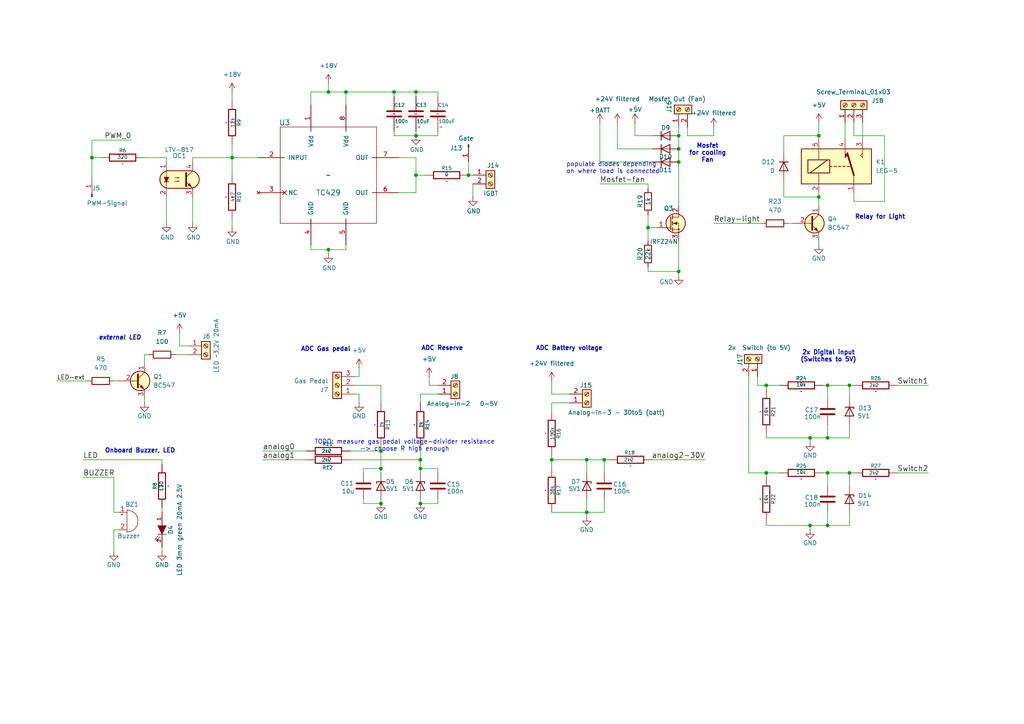
<source format=kicad_sch>
(kicad_sch (version 20231120) (generator "eeschema") (generator_version "8.0")
  (paper "A4")
  (lib_symbols
    (symbol "Connector:Conn_01x01_Pin" (pin_names (offset 1.016) hide)
      (property "Reference" "J" (at 0 2.54 0))
      (property "Value" "Conn_01x01_Pin" (at 0 -2.54 0))
      (symbol "Conn_01x01_Pin_1_1"
        (pin passive line (at 5.08 0 180) (length 3.81) (name "Pin_1") (number "1"))
      )
    )
    (symbol "Connector:Screw_Terminal_01x02" (pin_names (offset 1.016) hide)
      (property "Reference" "J" (at 0 2.54 0))
      (property "Value" "Screw_Terminal_01x02" (at 0 -5.08 0))
      (symbol "Screw_Terminal_01x02_1_1"
        (pin passive line (at -5.08 0 0) (length 3.81) (name "Pin_1") (number "1"))
        (pin passive line (at -5.08 -2.54 0) (length 3.81) (name "Pin_2") (number "2"))
      )
    )
    (symbol "Connector:Screw_Terminal_01x03" (pin_names (offset 1.016) hide)
      (property "Reference" "J" (at 0 5.08 0))
      (property "Value" "Screw_Terminal_01x03" (at 0 -5.08 0))
      (symbol "Screw_Terminal_01x03_1_1"
        (pin passive line (at -5.08 2.54 0) (length 3.81) (name "Pin_1") (number "1"))
        (pin passive line (at -5.08 0 0) (length 3.81) (name "Pin_2") (number "2"))
        (pin passive line (at -5.08 -2.54 0) (length 3.81) (name "Pin_3") (number "3"))
      )
    )
    (symbol "Device:Buzzer" (pin_names (offset 0.0254) hide)
      (property "Reference" "BZ" (at 3.81 1.27 0))
      (property "Value" "Buzzer" (at 3.81 -1.27 0))
      (symbol "Buzzer_1_1"
        (pin passive line (at -2.54 2.54 0) (length 2.54) (name "+") (number "1"))
        (pin passive line (at -2.54 -2.54 0) (length 2.54) (name "-") (number "2"))
      )
    )
    (symbol "Device:C" (pin_numbers hide) (pin_names (offset 0.254))
      (property "Reference" "C" (at 0.635 2.54 0))
      (property "Value" "C" (at 0.635 -2.54 0))
      (symbol "C_1_1"
        (pin passive line (at 0 3.81 270) (length 2.794) (name "~") (number "1"))
        (pin passive line (at 0 -3.81 90) (length 2.794) (name "~") (number "2"))
      )
    )
    (symbol "Device:D" (pin_numbers hide) (pin_names (offset 1.016) hide)
      (property "Reference" "D" (at 0 2.54 0))
      (property "Value" "D" (at 0 -2.54 0))
      (symbol "D_1_1"
        (pin passive line (at -3.81 0 0) (length 2.54) (name "K") (number "1"))
        (pin passive line (at 3.81 0 180) (length 2.54) (name "A") (number "2"))
      )
    )
    (symbol "Device:D_Zener" (pin_numbers hide) (pin_names (offset 1.016) hide)
      (property "Reference" "D" (at 0 2.54 0))
      (property "Value" "D_Zener" (at 0 -2.54 0))
      (symbol "D_Zener_1_1"
        (pin passive line (at -3.81 0 0) (length 2.54) (name "K") (number "1"))
        (pin passive line (at 3.81 0 180) (length 2.54) (name "A") (number "2"))
      )
    )
    (symbol "Device:R" (pin_numbers hide) (pin_names (offset 0))
      (property "Reference" "R" (at 2.032 0 90))
      (property "Value" "R" (at 0 0 90))
      (symbol "R_1_1"
        (pin passive line (at 0 3.81 270) (length 1.27) (name "~") (number "1"))
        (pin passive line (at 0 -3.81 90) (length 1.27) (name "~") (number "2"))
      )
    )
    (symbol "Optocoupler_AKL:LTV-817" (pin_names (offset 1.016))
      (property "Reference" "OC" (at 6.35 1.27 0))
      (property "Value" "LTV-817" (at 6.35 -1.27 0))
      (symbol "LTV-817_1_1"
        (pin passive line (at -3.81 5.08 270) (length 2.54) (name "~") (number "1"))
        (pin passive line (at -3.81 -5.08 90) (length 2.54) (name "~") (number "2"))
        (pin passive line (at 3.81 -5.08 90) (length 2.54) (name "~") (number "3"))
        (pin passive line (at 3.81 5.08 270) (length 2.54) (name "~") (number "4"))
      )
    )
    (symbol "Relay:SANYOU_SRD_Form_C"
      (property "Reference" "K" (at 11.43 3.81 0))
      (property "Value" "SANYOU_SRD_Form_C" (at 11.43 1.27 0))
      (symbol "SANYOU_SRD_Form_C_1_1"
        (pin passive line (at 5.08 -7.62 90) (length 2.54) (name "~") (number "1"))
        (pin passive line (at -5.08 -7.62 90) (length 2.54) (name "~") (number "2"))
        (pin passive line (at 7.62 7.62 270) (length 2.54) (name "~") (number "3"))
        (pin passive line (at 2.54 7.62 270) (length 2.54) (name "~") (number "4"))
        (pin passive line (at -5.08 7.62 270) (length 2.54) (name "~") (number "5"))
      )
    )
    (symbol "Transistor_BJT_AKL:BC547" (pin_names hide)
      (property "Reference" "Q" (at 5.08 1.27 0))
      (property "Value" "BC547" (at 5.08 -1.27 0))
      (symbol "BC547_1_1"
        (pin passive line (at 2.54 5.08 270) (length 2.54) (name "C") (number "1"))
        (pin input line (at -5.08 0 0) (length 5.715) (name "B") (number "2"))
        (pin passive line (at 2.54 -5.08 90) (length 2.54) (name "E") (number "3"))
      )
    )
    (symbol "Transistor_MOSFET_AKL:IRFZ24N" (pin_names hide)
      (property "Reference" "Q" (at 5.08 1.27 0))
      (property "Value" "IRFZ24N" (at 5.08 -1.27 0))
      (symbol "IRFZ24N_1_1"
        (pin input line (at -3.81 -1.27 0) (length 2.54) (name "G") (number "1"))
        (pin passive line (at 2.54 5.08 270) (length 2.54) (name "D") (number "2"))
        (pin passive line (at 2.54 -5.08 90) (length 2.54) (name "S") (number "3"))
      )
    )
    (symbol "control-rescue:LED" (pin_names (offset 1.016) hide)
      (property "Reference" "D" (at 0 2.54 0))
      (property "Value" "LED" (at 0 -2.54 0))
      (symbol "LED_1_1"
        (pin passive line (at -5.08 0 0) (length 3.81) (name "A") (number "1"))
        (pin passive line (at 5.08 0 180) (length 3.81) (name "K") (number "2"))
      )
    )
    (symbol "control-rescue:R" (pin_numbers hide) (pin_names (offset 0))
      (property "Reference" "R" (at 2.032 0 90))
      (property "Value" "R" (at 0.1778 0.0254 90))
      (symbol "R_1_1"
        (pin passive line (at 0 6.35 270) (length 2.54) (name "~") (number "1"))
        (pin passive line (at 0 -6.35 90) (length 2.54) (name "~") (number "2"))
      )
    )
    (symbol "mcp1407:MCP1407" (pin_names (offset 1.016))
      (property "Reference" "U" (at -12.7 15.24 0))
      (property "Value" "MCP1407" (at 0 -5.08 0))
      (symbol "MCP1407_1_1"
        (pin power_in line (at -5.08 20.32 270) (length 7.62) (name "Vdd") (number "1"))
        (pin input line (at -20.32 5.08 0) (length 7.62) (name "INPUT") (number "2"))
        (pin no_connect non_logic (at -20.32 -5.08 0) (length 7.62) (name "NC") (number "3"))
        (pin power_in line (at -5.08 -20.32 90) (length 7.62) (name "GND") (number "4"))
        (pin power_in line (at 5.08 -20.32 90) (length 7.62) (name "GND") (number "5"))
        (pin input line (at 20.32 -5.08 180) (length 7.62) (name "OUT") (number "6"))
        (pin input line (at 20.32 5.08 180) (length 7.62) (name "OUT") (number "7"))
        (pin power_in line (at 5.08 20.32 270) (length 7.62) (name "Vdd") (number "8"))
      )
    )
    (symbol "power:+15V" (power) (pin_numbers hide) (pin_names (offset 0) hide)
      (property "Value" "+15V" (at 0 3.556 0))
      (symbol "+15V_1_1"
        (pin power_in line (at 0 0 90) (length 0) (name "~") (number "1"))
      )
    )
    (symbol "power:+24V" (power) (pin_numbers hide) (pin_names (offset 0) hide)
      (property "Value" "+24V" (at 0 3.556 0))
      (symbol "+24V_1_1"
        (pin power_in line (at 0 0 90) (length 0) (name "~") (number "1"))
      )
    )
    (symbol "power:+5V" (power) (pin_numbers hide) (pin_names (offset 0) hide)
      (property "Value" "+5V" (at 0 3.556 0))
      (symbol "+5V_1_1"
        (pin power_in line (at 0 0 90) (length 0) (name "~") (number "1"))
      )
    )
    (symbol "power:+BATT" (power) (pin_numbers hide) (pin_names (offset 0) hide)
      (property "Value" "+BATT" (at 0 3.556 0))
      (symbol "+BATT_1_1"
        (pin power_in line (at 0 0 90) (length 0) (name "~") (number "1"))
      )
    )
    (symbol "power:GND" (power) (pin_numbers hide) (pin_names (offset 0) hide)
      (property "Value" "GND" (at 0 -3.81 0))
      (symbol "GND_1_1"
        (pin power_in line (at 0 0 270) (length 0) (name "~") (number "1"))
      )
    )
    (symbol "treiber-rescue:C" (pin_numbers hide) (pin_names (offset 0.254))
      (property "Reference" "C" (at 0 2.54 0))
      (property "Value" "C" (at 0.1524 -2.159 0))
      (symbol "C_1_1"
        (pin passive line (at 0 5.08 270) (length 4.318) (name "~") (number "1"))
        (pin passive line (at 0 -5.08 90) (length 4.318) (name "~") (number "2"))
      )
    )
    (symbol "treiber-rescue:R" (pin_numbers hide) (pin_names (offset 0))
      (property "Reference" "R" (at 2.032 0 90))
      (property "Value" "R" (at 0.1778 0.0254 90))
      (symbol "R_1_1"
        (pin passive line (at 0 6.35 270) (length 2.54) (name "~") (number "1"))
        (pin passive line (at 0 -6.35 90) (length 2.54) (name "~") (number "2"))
      )
    )
  )
  (junction (at 26.67 45.72))
  (junction (at 67.31 45.72))
  (junction (at 234.95 152.4))
  (junction (at 170.18 133.35))
  (junction (at 240.03 137.16))
  (junction (at 121.92 135.89))
  (junction (at 95.25 72.39))
  (junction (at 246.38 111.76))
  (junction (at 120.65 50.8))
  (junction (at 222.25 111.76))
  (junction (at 240.03 152.4))
  (junction (at 160.02 133.35))
  (junction (at 95.25 26.67))
  (junction (at 110.49 146.05))
  (junction (at 100.33 26.67))
  (junction (at 196.85 78.74))
  (junction (at 110.49 130.81))
  (junction (at 237.49 57.15))
  (junction (at 222.25 137.16))
  (junction (at 246.38 137.16))
  (junction (at 196.85 46.99))
  (junction (at 237.49 39.37))
  (junction (at 196.85 39.37))
  (junction (at 110.49 135.89))
  (junction (at 196.85 43.18))
  (junction (at 187.96 66.04))
  (junction (at 114.3 26.67))
  (junction (at 121.92 146.05))
  (junction (at 170.18 148.59))
  (junction (at 120.65 26.67))
  (junction (at 120.65 39.37))
  (junction (at 240.03 127))
  (junction (at 175.26 133.35))
  (junction (at 121.92 133.35))
  (junction (at 234.95 127))
  (junction (at 135.89 50.8))
  (junction (at 240.03 111.76))
  (wire (pts (xy 196.85 78.74) (xy 196.85 80.01)))
  (wire (pts (xy 222.25 152.4) (xy 234.95 152.4)))
  (wire (pts (xy 121.92 129.54) (xy 121.92 133.35)))
  (wire (pts (xy 217.17 137.16) (xy 222.25 137.16)))
  (wire (pts (xy 95.25 72.39) (xy 100.33 72.39)))
  (wire (pts (xy 90.17 71.12) (xy 90.17 72.39)))
  (wire (pts (xy 46.99 133.35) (xy 46.99 134.62)))
  (wire (pts (xy 170.18 148.59) (xy 175.26 148.59)))
  (wire (pts (xy 104.14 106.68) (xy 104.14 109.22)))
  (wire (pts (xy 237.49 35.56) (xy 237.49 39.37)))
  (wire (pts (xy 120.65 55.88) (xy 115.57 55.88)))
  (wire (pts (xy 41.91 115.57) (xy 41.91 116.84)))
  (wire (pts (xy 246.38 115.57) (xy 246.38 111.76)))
  (wire (pts (xy 33.02 153.67) (xy 34.29 153.67)))
  (wire (pts (xy 114.3 38.1) (xy 114.3 39.37)))
  (wire (pts (xy 199.39 39.37) (xy 207.01 39.37)))
  (wire (pts (xy 204.47 133.35) (xy 189.23 133.35)))
  (wire (pts (xy 26.67 40.64) (xy 26.67 45.72)))
  (wire (pts (xy 121.92 135.89) (xy 121.92 137.16)))
  (wire (pts (xy 173.99 46.99) (xy 189.23 46.99)))
  (wire (pts (xy 240.03 111.76) (xy 246.38 111.76)))
  (wire (pts (xy 227.33 52.07) (xy 227.33 57.15)))
  (wire (pts (xy 175.26 144.78) (xy 175.26 148.59)))
  (wire (pts (xy 24.13 138.43) (xy 33.02 138.43)))
  (wire (pts (xy 247.65 137.16) (xy 246.38 137.16)))
  (wire (pts (xy 222.25 152.4) (xy 222.25 151.13)))
  (wire (pts (xy 247.65 111.76) (xy 246.38 111.76)))
  (wire (pts (xy 50.8 102.87) (xy 54.61 102.87)))
  (wire (pts (xy 135.89 46.99) (xy 135.89 50.8)))
  (wire (pts (xy 55.88 45.72) (xy 55.88 46.99)))
  (wire (pts (xy 90.17 72.39) (xy 95.25 72.39)))
  (wire (pts (xy 127 38.1) (xy 127 39.37)))
  (wire (pts (xy 105.41 146.05) (xy 110.49 146.05)))
  (wire (pts (xy 95.25 26.67) (xy 100.33 26.67)))
  (wire (pts (xy 114.3 26.67) (xy 120.65 26.67)))
  (wire (pts (xy 52.07 100.33) (xy 52.07 96.52)))
  (wire (pts (xy 110.49 144.78) (xy 110.49 146.05)))
  (wire (pts (xy 179.07 35.56) (xy 179.07 43.18)))
  (wire (pts (xy 95.25 24.13) (xy 95.25 26.67)))
  (wire (pts (xy 46.99 147.32) (xy 46.99 148.59)))
  (wire (pts (xy 41.91 45.72) (xy 48.26 45.72)))
  (wire (pts (xy 105.41 144.78) (xy 105.41 146.05)))
  (wire (pts (xy 240.03 137.16) (xy 246.38 137.16)))
  (wire (pts (xy 101.6 130.81) (xy 110.49 130.81)))
  (wire (pts (xy 137.16 53.34) (xy 137.16 57.15)))
  (wire (pts (xy 260.35 111.76) (xy 269.24 111.76)))
  (wire (pts (xy 33.02 160.02) (xy 33.02 153.67)))
  (wire (pts (xy 67.31 50.8) (xy 67.31 45.72)))
  (wire (pts (xy 104.14 116.84) (xy 104.14 114.3)))
  (wire (pts (xy 110.49 130.81) (xy 110.49 135.89)))
  (wire (pts (xy 170.18 144.78) (xy 170.18 148.59)))
  (wire (pts (xy 124.46 111.76) (xy 127 111.76)))
  (wire (pts (xy 246.38 148.59) (xy 246.38 152.4)))
  (wire (pts (xy 240.03 140.97) (xy 240.03 137.16)))
  (wire (pts (xy 121.92 114.3) (xy 121.92 116.84)))
  (wire (pts (xy 102.87 111.76) (xy 110.49 111.76)))
  (wire (pts (xy 16.51 110.49) (xy 25.4 110.49)))
  (wire (pts (xy 237.49 57.15) (xy 237.49 59.69)))
  (wire (pts (xy 246.38 140.97) (xy 246.38 137.16)))
  (wire (pts (xy 227.33 39.37) (xy 237.49 39.37)))
  (wire (pts (xy 110.49 129.54) (xy 110.49 130.81)))
  (wire (pts (xy 222.25 111.76) (xy 222.25 113.03)))
  (wire (pts (xy 26.67 45.72) (xy 29.21 45.72)))
  (wire (pts (xy 222.25 127) (xy 222.25 125.73)))
  (wire (pts (xy 240.03 148.59) (xy 240.03 152.4)))
  (wire (pts (xy 222.25 127) (xy 234.95 127)))
  (wire (pts (xy 187.96 69.85) (xy 187.96 66.04)))
  (wire (pts (xy 187.96 53.34) (xy 187.96 54.61)))
  (wire (pts (xy 67.31 45.72) (xy 67.31 41.91)))
  (wire (pts (xy 256.54 58.42) (xy 256.54 39.37)))
  (wire (pts (xy 135.89 50.8) (xy 137.16 50.8)))
  (wire (pts (xy 237.49 55.88) (xy 237.49 57.15)))
  (wire (pts (xy 240.03 152.4) (xy 246.38 152.4)))
  (wire (pts (xy 187.96 77.47) (xy 187.96 78.74)))
  (wire (pts (xy 121.92 146.05) (xy 127 146.05)))
  (wire (pts (xy 170.18 149.86) (xy 170.18 148.59)))
  (wire (pts (xy 26.67 40.64) (xy 38.1 40.64)))
  (wire (pts (xy 127 135.89) (xy 121.92 135.89)))
  (wire (pts (xy 238.76 111.76) (xy 240.03 111.76)))
  (wire (pts (xy 187.96 78.74) (xy 196.85 78.74)))
  (wire (pts (xy 90.17 30.48) (xy 90.17 26.67)))
  (wire (pts (xy 245.11 35.56) (xy 245.11 40.64)))
  (wire (pts (xy 90.17 26.67) (xy 95.25 26.67)))
  (wire (pts (xy 160.02 114.3) (xy 160.02 110.49)))
  (wire (pts (xy 250.19 35.56) (xy 250.19 40.64)))
  (wire (pts (xy 237.49 39.37) (xy 237.49 40.64)))
  (wire (pts (xy 95.25 72.39) (xy 95.25 73.66)))
  (wire (pts (xy 196.85 39.37) (xy 196.85 43.18)))
  (wire (pts (xy 187.96 66.04) (xy 190.5 66.04)))
  (wire (pts (xy 256.54 39.37) (xy 247.65 39.37)))
  (wire (pts (xy 114.3 39.37) (xy 120.65 39.37)))
  (wire (pts (xy 160.02 116.84) (xy 160.02 119.38)))
  (wire (pts (xy 207.01 64.77) (xy 220.98 64.77)))
  (wire (pts (xy 196.85 69.85) (xy 196.85 78.74)))
  (wire (pts (xy 67.31 45.72) (xy 74.93 45.72)))
  (wire (pts (xy 110.49 135.89) (xy 110.49 137.16)))
  (wire (pts (xy 247.65 55.88) (xy 247.65 58.42)))
  (wire (pts (xy 219.71 111.76) (xy 222.25 111.76)))
  (wire (pts (xy 48.26 57.15) (xy 48.26 64.77)))
  (wire (pts (xy 240.03 123.19) (xy 240.03 127)))
  (wire (pts (xy 127 26.67) (xy 120.65 26.67)))
  (wire (pts (xy 121.92 133.35) (xy 121.92 135.89)))
  (wire (pts (xy 247.65 39.37) (xy 247.65 35.56)))
  (wire (pts (xy 127 27.94) (xy 127 26.67)))
  (wire (pts (xy 43.18 102.87) (xy 41.91 102.87)))
  (wire (pts (xy 120.65 45.72) (xy 120.65 50.8)))
  (wire (pts (xy 222.25 111.76) (xy 226.06 111.76)))
  (wire (pts (xy 179.07 43.18) (xy 189.23 43.18)))
  (wire (pts (xy 120.65 27.94) (xy 120.65 26.67)))
  (wire (pts (xy 234.95 128.27) (xy 234.95 127)))
  (wire (pts (xy 55.88 57.15) (xy 55.88 64.77)))
  (wire (pts (xy 33.02 148.59) (xy 34.29 148.59)))
  (wire (pts (xy 165.1 114.3) (xy 160.02 114.3)))
  (wire (pts (xy 101.6 133.35) (xy 121.92 133.35)))
  (wire (pts (xy 176.53 133.35) (xy 175.26 133.35)))
  (wire (pts (xy 67.31 29.21) (xy 67.31 26.67)))
  (wire (pts (xy 105.41 135.89) (xy 110.49 135.89)))
  (wire (pts (xy 196.85 46.99) (xy 196.85 59.69)))
  (wire (pts (xy 33.02 110.49) (xy 34.29 110.49)))
  (wire (pts (xy 196.85 36.83) (xy 196.85 39.37)))
  (wire (pts (xy 196.85 43.18) (xy 196.85 46.99)))
  (wire (pts (xy 234.95 127) (xy 240.03 127)))
  (wire (pts (xy 160.02 132.08) (xy 160.02 133.35)))
  (wire (pts (xy 246.38 123.19) (xy 246.38 127)))
  (wire (pts (xy 110.49 111.76) (xy 110.49 116.84)))
  (wire (pts (xy 120.65 50.8) (xy 120.65 55.88)))
  (wire (pts (xy 227.33 57.15) (xy 237.49 57.15)))
  (wire (pts (xy 121.92 144.78) (xy 121.92 146.05)))
  (wire (pts (xy 120.65 45.72) (xy 115.57 45.72)))
  (wire (pts (xy 33.02 138.43) (xy 33.02 148.59)))
  (wire (pts (xy 237.49 69.85) (xy 237.49 71.12)))
  (wire (pts (xy 228.6 64.77) (xy 229.87 64.77)))
  (wire (pts (xy 234.95 153.67) (xy 234.95 152.4)))
  (wire (pts (xy 170.18 137.16) (xy 170.18 133.35)))
  (wire (pts (xy 76.2 130.81) (xy 88.9 130.81)))
  (wire (pts (xy 240.03 115.57) (xy 240.03 111.76)))
  (wire (pts (xy 24.13 133.35) (xy 46.99 133.35)))
  (wire (pts (xy 207.01 39.37) (xy 207.01 36.83)))
  (wire (pts (xy 127 39.37) (xy 120.65 39.37)))
  (wire (pts (xy 26.67 52.07) (xy 26.67 45.72)))
  (wire (pts (xy 160.02 148.59) (xy 170.18 148.59)))
  (wire (pts (xy 100.33 26.67) (xy 100.33 30.48)))
  (wire (pts (xy 105.41 137.16) (xy 105.41 135.89)))
  (wire (pts (xy 217.17 109.22) (xy 217.17 137.16)))
  (wire (pts (xy 121.92 114.3) (xy 127 114.3)))
  (wire (pts (xy 123.19 50.8) (xy 120.65 50.8)))
  (wire (pts (xy 184.15 39.37) (xy 184.15 35.56)))
  (wire (pts (xy 41.91 102.87) (xy 41.91 105.41)))
  (wire (pts (xy 199.39 36.83) (xy 199.39 39.37)))
  (wire (pts (xy 120.65 38.1) (xy 120.65 39.37)))
  (wire (pts (xy 189.23 39.37) (xy 184.15 39.37)))
  (wire (pts (xy 173.99 53.34) (xy 187.96 53.34)))
  (wire (pts (xy 219.71 109.22) (xy 219.71 111.76)))
  (wire (pts (xy 175.26 137.16) (xy 175.26 133.35)))
  (wire (pts (xy 240.03 127) (xy 246.38 127)))
  (wire (pts (xy 234.95 152.4) (xy 240.03 152.4)))
  (wire (pts (xy 124.46 109.22) (xy 124.46 111.76)))
  (wire (pts (xy 104.14 114.3) (xy 102.87 114.3)))
  (wire (pts (xy 100.33 26.67) (xy 114.3 26.67)))
  (wire (pts (xy 55.88 45.72) (xy 67.31 45.72)))
  (wire (pts (xy 114.3 26.67) (xy 114.3 27.94)))
  (wire (pts (xy 160.02 116.84) (xy 165.1 116.84)))
  (wire (pts (xy 48.26 46.99) (xy 48.26 45.72)))
  (wire (pts (xy 260.35 137.16) (xy 269.24 137.16)))
  (wire (pts (xy 52.07 100.33) (xy 54.61 100.33)))
  (wire (pts (xy 238.76 137.16) (xy 240.03 137.16)))
  (wire (pts (xy 76.2 133.35) (xy 88.9 133.35)))
  (wire (pts (xy 222.25 137.16) (xy 226.06 137.16)))
  (wire (pts (xy 127 144.78) (xy 127 146.05)))
  (wire (pts (xy 170.18 133.35) (xy 160.02 133.35)))
  (wire (pts (xy 127 137.16) (xy 127 135.89)))
  (wire (pts (xy 222.25 137.16) (xy 222.25 138.43)))
  (wire (pts (xy 247.65 58.42) (xy 256.54 58.42)))
  (wire (pts (xy 104.14 109.22) (xy 102.87 109.22)))
  (wire (pts (xy 46.99 158.75) (xy 46.99 160.02)))
  (wire (pts (xy 175.26 133.35) (xy 170.18 133.35)))
  (wire (pts (xy 227.33 44.45) (xy 227.33 39.37)))
  (wire (pts (xy 100.33 72.39) (xy 100.33 71.12)))
  (wire (pts (xy 67.31 63.5) (xy 67.31 66.04)))
  (wire (pts (xy 160.02 133.35) (xy 160.02 135.89)))
  (wire (pts (xy 173.99 35.56) (xy 173.99 46.99)))
  (wire (pts (xy 187.96 62.23) (xy 187.96 66.04)))
  (text "Mosfet\nfor cooling\nFan" (at 205.232 44.45 0) (effects (font (size 1.27 1.27) (thickness 0.254) (bold yes))))
  (text "populate diodes depending \non where load is connected" (at 177.8 48.768 0) (effects (font (size 1.27 1.27))))
  (text "ADC Gas pedal" (at 94.488 101.346 0) (effects (font (size 1.27 1.27) (thickness 0.254) (bold yes))))
  (text "ADC Reserve" (at 128.27 101.092 0) (effects (font (size 1.27 1.27) (thickness 0.254) (bold yes))))
  (text "Relay for Light" (at 255.27 62.992 0) (effects (font (size 1.27 1.27) (thickness 0.254) (bold yes))))
  (text "external LED" (at 34.798 98.044 0) (effects (font (size 1.27 1.27) (thickness 0.254) (bold yes) (italic yes))))
  (text "2x Digital input\n(Switches to 5V)" (at 240.284 103.378 0) (effects (font (size 1.27 1.27) (thickness 0.254) (bold yes))))
  (text "ADC Battery voltage" (at 165.1 101.092 0) (effects (font (size 1.27 1.27) (thickness 0.254) (bold yes))))
  (text "Onboard Buzzer, LED" (at 40.64 130.81 0) (effects (font (size 1.27 1.27) (thickness 0.254) (bold yes))))
  (text "TODO: measure gas pedal voltage-drivider resistance\n-> choose R high enough" (at 117.348 129.286 0) (effects (font (size 1.27 1.27))))
  (label "LED" (at 24.13 133.35 0) (effects (font (size 1.524 1.524))))
  (label "Switch2" (at 269.24 137.16 180) (effects (font (size 1.524 1.524))))
  (label "Relay-light" (at 207.01 64.77 0) (effects (font (size 1.524 1.524))))
  (label "PWM_0" (at 38.1 40.64 180) (effects (font (size 1.524 1.524))))
  (label "analog2-30V" (at 204.47 133.35 180) (effects (font (size 1.524 1.524))))
  (label "analog1" (at 76.2 133.35 0) (effects (font (size 1.524 1.524))))
  (label "analog0" (at 76.2 130.81 0) (effects (font (size 1.524 1.524))))
  (label "Mosfet-fan" (at 173.99 53.34 0) (effects (font (size 1.524 1.524))))
  (label "BUZZER" (at 24.13 138.43 0) (effects (font (size 1.524 1.524))))
  (label "Switch1" (at 269.24 111.76 180) (effects (font (size 1.524 1.524))))
  (label "LED-ext" (at 16.51 110.49 0))
  (symbol (lib_id "Device:R") (at 224.79 64.77 90) (unit 1)
    (property "Reference" "R23" (at 224.79 58.42 90))
    (property "Value" "470" (at 224.79 60.96 90))
    (property "Description" "Resistor" (effects (hide yes)))
  )
  (symbol (lib_id "power:+BATT") (at 173.99 35.56 0) (unit 1)
    (property "Reference" "#PWR046" (effects (hide yes)))
    (property "Value" "+BATT" (at 173.99 32.004 0))
    (property "Description" "Power symbol creates a global label with name \"+BATT\"" (effects (hide yes)))
  )
  (symbol (lib_id "Connector:Screw_Terminal_01x03") (at 97.79 111.76 180) (unit 1)
    (property "Reference" "J7" (at 95.25 113.0301 0) (effects (justify left)))
    (property "Value" "Gas Pedal" (at 95.25 110.4901 0) (effects (justify left)))
    (property "Description" "Generic screw terminal, single row, 01x03, script generated (kicad-library-utils/schlib/autogen/connector/)" (effects (hide yes)))
  )
  (symbol (lib_id "power:+5V") (at 124.46 109.22 0) (unit 1)
    (property "Reference" "#PWR042" (effects (hide yes)))
    (property "Value" "+5V" (at 124.46 104.14 0))
    (property "Description" "Power symbol creates a global label with name \"+5V\"" (effects (hide yes)))
  )
  (symbol (lib_id "Connector:Screw_Terminal_01x02") (at 132.08 114.3 0) (mirror x) (unit 1)
    (property "Reference" "J8" (at 131.826 109.22 0))
    (property "Value" "Analog-in-2   0-5V" (at 134.112 117.094 0))
    (property "Description" "Generic screw terminal, single row, 01x02, script generated (kicad-library-utils/schlib/autogen/connector/)" (effects (hide yes)))
  )
  (symbol (lib_id "Device:D") (at 193.04 43.18 0) (unit 1)
    (property "Reference" "D10" (at 193.04 45.466 0))
    (property "Value" "D" (effects (hide yes)))
    (property "Description" "Diode" (effects (hide yes)))
    (property "Sim.Device" "D" (effects (hide yes)))
    (property "Sim.Pins" "1=K 2=A" (effects (hide yes)))
  )
  (symbol (lib_id "control-rescue:R") (at 110.49 123.19 0) (unit 1)
    (property "Reference" "R13" (at 112.522 123.19 90) (effects (font (size 1.016 1.016))))
    (property "Value" "1k" (at 110.6678 123.1646 90) (effects (font (size 1.016 1.016))))
    (property "Footprint" "~" (at 108.712 123.19 90) (effects (font (size 0.762 0.762))))
    (property "Datasheet" "~" (at 110.49 123.19 0) (effects (font (size 0.762 0.762))))
  )
  (symbol (lib_id "Device:D_Zener") (at 121.92 140.97 270) (unit 1)
    (property "Reference" "D6" (at 117.348 139.7 90) (effects (justify left)))
    (property "Value" "5V1" (at 116.586 141.732 90) (effects (justify left)))
    (property "Description" "Zener diode" (effects (hide yes)))
  )
  (symbol (lib_id "power:GND") (at 237.49 71.12 0) (unit 1)
    (property "Reference" "#PWR060" (effects (hide yes)))
    (property "Value" "GND" (at 237.49 74.93 0))
    (property "Description" "Power symbol creates a global label with name \"GND\" , ground" (effects (hide yes)))
  )
  (symbol (lib_id "power:+5V") (at 52.07 96.52 0) (unit 1)
    (property "Reference" "#PWR031" (effects (hide yes)))
    (property "Value" "+5V" (at 52.07 91.44 0))
    (property "Description" "Power symbol creates a global label with name \"+5V\"" (effects (hide yes)))
  )
  (symbol (lib_id "power:GND") (at 33.02 160.02 0) (unit 1)
    (property "Reference" "#PWR027" (effects (hide yes)))
    (property "Value" "GND" (at 33.02 163.83 0))
    (property "Description" "Power symbol creates a global label with name \"GND\" , ground" (effects (hide yes)))
  )
  (symbol (lib_id "control-rescue:R") (at 254 137.16 90) (unit 1)
    (property "Reference" "R27" (at 254 135.128 90) (effects (font (size 1.016 1.016))))
    (property "Value" "2k2" (at 253.492 137.16 90) (effects (font (size 1.016 1.016))))
    (property "Footprint" "~" (at 254 138.938 90) (effects (font (size 0.762 0.762))))
    (property "Datasheet" "~" (at 254 137.16 0) (effects (font (size 0.762 0.762))))
  )
  (symbol (lib_id "Device:D") (at 193.04 46.99 0) (unit 1)
    (property "Reference" "D11" (at 193.04 49.276 0))
    (property "Value" "D" (effects (hide yes)))
    (property "Description" "Diode" (effects (hide yes)))
    (property "Sim.Device" "D" (effects (hide yes)))
    (property "Sim.Pins" "1=K 2=A" (effects (hide yes)))
  )
  (symbol (lib_id "power:GND") (at 41.91 116.84 0) (unit 1)
    (property "Reference" "#PWR028" (effects (hide yes)))
    (property "Value" "GND" (at 41.91 120.65 0))
    (property "Description" "Power symbol creates a global label with name \"GND\" , ground" (effects (hide yes)))
  )
  (symbol (lib_id "power:GND") (at 104.14 116.84 0) (unit 1)
    (property "Reference" "#PWR038" (effects (hide yes)))
    (property "Value" "GND" (at 104.14 120.65 0))
    (property "Description" "Power symbol creates a global label with name \"GND\" , ground" (effects (hide yes)))
  )
  (symbol (lib_id "power:+24V") (at 207.01 36.83 0) (unit 1)
    (property "Reference" "#PWR056" (effects (hide yes)))
    (property "Value" "+24V filtered" (at 207.01 32.766 0))
    (property "Description" "Power symbol creates a global label with name \"+24V\"" (effects (hide yes)))
  )
  (symbol (lib_id "control-rescue:R") (at 160.02 125.73 0) (unit 1)
    (property "Reference" "R16" (at 162.052 125.73 90) (effects (font (size 1.016 1.016))))
    (property "Value" "150k" (at 160.1978 125.7046 90) (effects (font (size 1.016 1.016))))
    (property "Footprint" "~" (at 158.242 125.73 90) (effects (font (size 0.762 0.762))))
    (property "Datasheet" "~" (at 160.02 125.73 0) (effects (font (size 0.762 0.762))))
  )
  (symbol (lib_id "treiber-rescue:R") (at 67.31 35.56 0) (unit 1)
    (property "Reference" "R9" (at 69.342 35.56 90) (effects (font (size 1.016 1.016))))
    (property "Value" "12k" (at 67.4878 35.5346 90) (effects (font (size 1.016 1.016))))
    (property "Footprint" "~" (at 65.532 35.56 90) (effects (font (size 0.762 0.762))))
    (property "Datasheet" "~" (at 67.31 35.56 0) (effects (font (size 0.762 0.762))))
  )
  (symbol (lib_id "control-rescue:R") (at 222.25 144.78 0) (unit 1)
    (property "Reference" "R22" (at 224.282 144.78 90) (effects (font (size 1.016 1.016))))
    (property "Value" "10k" (at 222.25 144.78 90) (effects (font (size 1.016 1.016))))
    (property "Footprint" "~" (at 220.472 144.78 90) (effects (font (size 0.762 0.762))))
    (property "Datasheet" "~" (at 222.25 144.78 0) (effects (font (size 0.762 0.762))))
  )
  (symbol (lib_id "power:GND") (at 110.49 146.05 0) (unit 1)
    (property "Reference" "#PWR039" (effects (hide yes)))
    (property "Value" "GND" (at 110.49 149.86 0))
    (property "Description" "Power symbol creates a global label with name \"GND\" , ground" (effects (hide yes)))
  )
  (symbol (lib_id "treiber-rescue:R") (at 129.54 50.8 90) (unit 1)
    (property "Reference" "R15" (at 129.54 48.768 90) (effects (font (size 1.016 1.016))))
    (property "Value" "0" (at 129.5146 50.6222 90) (effects (font (size 1.016 1.016))))
    (property "Footprint" "~" (at 129.54 52.578 90) (effects (font (size 0.762 0.762))))
    (property "Datasheet" "~" (at 129.54 50.8 0) (effects (font (size 0.762 0.762))))
  )
  (symbol (lib_id "power:+24V") (at 179.07 35.56 0) (unit 1)
    (property "Reference" "#PWR047" (effects (hide yes)))
    (property "Value" "+24V filtered" (at 179.07 28.702 0))
    (property "Description" "Power symbol creates a global label with name \"+24V\"" (effects (hide yes)))
  )
  (symbol (lib_id "Device:C") (at 240.03 144.78 0) (unit 1)
    (property "Reference" "C18" (at 233.426 144.272 0) (effects (justify left)))
    (property "Value" "100n" (at 233.172 146.304 0) (effects (justify left)))
    (property "Description" "Unpolarized capacitor" (effects (hide yes)))
  )
  (symbol (lib_id "Connector:Screw_Terminal_01x03") (at 247.65 30.48 90) (unit 1)
    (property "Reference" "J18" (at 252.73 29.2099 90) (effects (justify right)))
    (property "Value" "Screw_Terminal_01x03" (at 236.728 26.67 90) (effects (justify right)))
    (property "Description" "Generic screw terminal, single row, 01x03, script generated (kicad-library-utils/schlib/autogen/connector/)" (effects (hide yes)))
  )
  (symbol (lib_id "Device:C") (at 127 140.97 0) (unit 1)
    (property "Reference" "C15" (at 129.54 140.462 0) (effects (justify left)))
    (property "Value" "100n" (at 129.54 142.494 0) (effects (justify left)))
    (property "Description" "Unpolarized capacitor" (effects (hide yes)))
  )
  (symbol (lib_id "power:GND") (at 67.31 66.04 0) (mirror y) (unit 1)
    (property "Reference" "#PWR034" (effects (hide yes)))
    (property "Value" "GND" (at 67.564 70.104 0))
    (property "Description" "Power symbol creates a global label with name \"GND\" , ground" (effects (hide yes)))
  )
  (symbol (lib_id "Optocoupler_AKL:LTV-817") (at 52.07 52.07 0) (unit 1)
    (property "Reference" "OC1" (at 50.038 45.212 0) (effects (justify left)))
    (property "Value" "LTV-817" (at 47.752 43.434 0) (effects (justify left)))
    (property "Footprint" "Package_DIP_AKL:DIP-4_W7.62mm_LongPads" (effects (hide yes)))
    (property "Datasheet" "https://www.tme.eu/Document/a61fa6281e0999c0269f179efa854202/LTV-817S-TA1.pdf" (effects (hide yes)))
    (property "Description" "DIP-4 Optocoupler, Transistor output, 5kV, 4us, Alternate KiCAD Library" (effects (hide yes)))
  )
  (symbol (lib_id "power:+15V") (at 95.25 24.13 0) (unit 1)
    (property "Reference" "#PWR035" (effects (hide yes)))
    (property "Value" "+18V" (at 95.25 19.05 0))
    (property "Description" "Power symbol creates a global label with name \"+15V\"" (effects (hide yes)))
  )
  (symbol (lib_id "Transistor_MOSFET_AKL:IRFZ24N") (at 194.31 64.77 0) (unit 1)
    (property "Reference" "Q3" (at 192.532 60.452 0) (effects (justify left)))
    (property "Value" "IRFZ24N" (at 188.468 70.104 0) (effects (justify left)))
    (property "Footprint" "Package_TO_SOT_THT_AKL:TO-220-3_Vertical_GDS" (effects (hide yes)))
    (property "Datasheet" "https://www.tme.eu/Document/708bb7de8d9f73b1c184ece53b45defc/irfz24n.pdf" (effects (hide yes)))
    (property "Description" "TO-220 N-MOSFET enchancement mode transistor, 55V, 17A, 45W, Alternate KiCAD Library" (effects (hide yes)))
  )
  (symbol (lib_id "Connector:Screw_Terminal_01x02") (at 170.18 116.84 0) (mirror x) (unit 1)
    (property "Reference" "J15" (at 169.926 111.76 0))
    (property "Value" "Analog-in-3 - 30to5 (batt)" (at 178.816 119.634 0))
    (property "Description" "Generic screw terminal, single row, 01x02, script generated (kicad-library-utils/schlib/autogen/connector/)" (effects (hide yes)))
  )
  (symbol (lib_id "Device:D") (at 193.04 39.37 0) (unit 1)
    (property "Reference" "D9" (at 193.04 37.084 0))
    (property "Value" "D" (effects (hide yes)))
    (property "Description" "Diode" (effects (hide yes)))
    (property "Sim.Device" "D" (effects (hide yes)))
    (property "Sim.Pins" "1=K 2=A" (effects (hide yes)))
  )
  (symbol (lib_id "power:+24V") (at 160.02 110.49 0) (unit 1)
    (property "Reference" "#PWR044" (effects (hide yes)))
    (property "Value" "+24V filtered" (at 160.02 105.41 0))
    (property "Description" "Power symbol creates a global label with name \"+24V\"" (effects (hide yes)))
  )
  (symbol (lib_id "control-rescue:R") (at 182.88 133.35 90) (unit 1)
    (property "Reference" "R18" (at 182.626 131.318 90) (effects (font (size 1.016 1.016))))
    (property "Value" "2k2" (at 182.372 133.35 90) (effects (font (size 1.016 1.016))))
    (property "Footprint" "~" (at 182.88 135.128 90) (effects (font (size 0.762 0.762))))
    (property "Datasheet" "~" (at 182.88 133.35 0) (effects (font (size 0.762 0.762))))
  )
  (symbol (lib_id "power:GND") (at 55.88 64.77 0) (mirror y) (unit 1)
    (property "Reference" "#PWR032" (effects (hide yes)))
    (property "Value" "GND" (at 56.134 68.834 0))
    (property "Description" "Power symbol creates a global label with name \"GND\" , ground" (effects (hide yes)))
  )
  (symbol (lib_id "power:GND") (at 234.95 128.27 0) (unit 1)
    (property "Reference" "#PWR057" (effects (hide yes)))
    (property "Value" "GND" (at 234.95 132.08 0))
    (property "Description" "Power symbol creates a global label with name \"GND\" , ground" (effects (hide yes)))
  )
  (symbol (lib_id "treiber-rescue:R") (at 35.56 45.72 90) (unit 1)
    (property "Reference" "R6" (at 35.56 43.688 90) (effects (font (size 1.016 1.016))))
    (property "Value" "320" (at 35.5346 45.5422 90) (effects (font (size 1.016 1.016))))
    (property "Footprint" "~" (at 35.56 47.498 90) (effects (font (size 0.762 0.762))))
    (property "Datasheet" "~" (at 35.56 45.72 0) (effects (font (size 0.762 0.762))))
  )
  (symbol (lib_id "mcp1407:MCP1407") (at 95.25 50.8 0) (unit 1)
    (property "Reference" "U3" (at 82.55 35.56 0) (effects (font (size 1.524 1.524))))
    (property "Value" "TC429" (at 95.25 55.88 0) (effects (font (size 1.524 1.524))))
    (property "Footprint" "~" (at 95.25 50.8 0) (effects (font (size 1.524 1.524))))
    (property "Datasheet" "~" (at 95.25 50.8 0) (effects (font (size 1.524 1.524))))
  )
  (symbol (lib_id "Connector:Conn_01x01_Pin") (at 135.89 41.91 270) (unit 1)
    (property "Reference" "J13" (at 134.112 42.926 90) (effects (justify right)))
    (property "Value" "Gate" (at 137.414 40.132 90) (effects (justify right)))
    (property "Description" "Generic connector, single row, 01x01, script generated" (effects (hide yes)))
  )
  (symbol (lib_id "Device:D") (at 227.33 48.26 90) (mirror x) (unit 1)
    (property "Reference" "D12" (at 224.79 46.9899 90) (effects (justify left)))
    (property "Value" "D" (at 224.79 49.5299 90) (effects (justify left)))
    (property "Description" "Diode" (effects (hide yes)))
    (property "Sim.Device" "D" (effects (hide yes)))
    (property "Sim.Pins" "1=K 2=A" (effects (hide yes)))
  )
  (symbol (lib_id "control-rescue:R") (at 46.99 140.97 180) (unit 1)
    (property "Reference" "R8" (at 44.958 140.97 90) (effects (font (size 1.016 1.016))))
    (property "Value" "130" (at 46.8122 140.9954 90) (effects (font (size 1.016 1.016))))
    (property "Footprint" "~" (at 48.768 140.97 90) (effects (font (size 0.762 0.762))))
    (property "Datasheet" "~" (at 46.99 140.97 0) (effects (font (size 0.762 0.762))))
  )
  (symbol (lib_id "control-rescue:R") (at 95.25 133.35 90) (unit 1)
    (property "Reference" "R12" (at 94.996 135.636 90) (effects (font (size 1.016 1.016))))
    (property "Value" "2k2" (at 94.742 133.35 90) (effects (font (size 1.016 1.016))))
    (property "Footprint" "~" (at 95.25 135.128 90) (effects (font (size 0.762 0.762))))
    (property "Datasheet" "~" (at 95.25 133.35 0) (effects (font (size 0.762 0.762))))
  )
  (symbol (lib_id "treiber-rescue:C") (at 120.65 33.02 0) (unit 1)
    (property "Reference" "C13" (at 120.65 30.48 0) (effects (font (size 1.016 1.016)) (justify left)))
    (property "Value" "10uF" (at 120.8024 35.179 0) (effects (font (size 1.016 1.016)) (justify left)))
    (property "Footprint" "~" (at 121.6152 36.83 0) (effects (font (size 0.762 0.762))))
    (property "Datasheet" "~" (at 120.65 33.02 0) (effects (font (size 1.524 1.524))))
  )
  (symbol (lib_id "Device:Buzzer") (at 36.83 151.13 0) (unit 1)
    (property "Reference" "BZ1" (at 36.322 146.304 0) (effects (justify left)))
    (property "Value" "Buzzer" (at 34.036 155.448 0) (effects (justify left)))
    (property "Description" "Buzzer, polarized" (effects (hide yes)))
  )
  (symbol (lib_id "Connector:Screw_Terminal_01x02") (at 142.24 50.8 0) (unit 1)
    (property "Reference" "J14" (at 141.224 48.006 0) (effects (justify left)))
    (property "Value" "IGBT" (at 140.208 56.134 0) (effects (justify left)))
    (property "Description" "Generic screw terminal, single row, 01x02, script generated (kicad-library-utils/schlib/autogen/connector/)" (effects (hide yes)))
  )
  (symbol (lib_id "Device:C") (at 105.41 140.97 0) (mirror y) (unit 1)
    (property "Reference" "C11" (at 102.616 140.208 0) (effects (justify left)))
    (property "Value" "10u" (at 102.87 142.494 0) (effects (justify left)))
    (property "Description" "Unpolarized capacitor" (effects (hide yes)))
  )
  (symbol (lib_id "control-rescue:R") (at 232.41 137.16 90) (unit 1)
    (property "Reference" "R25" (at 232.41 135.128 90) (effects (font (size 1.016 1.016))))
    (property "Value" "10k" (at 232.3846 136.9822 90) (effects (font (size 1.016 1.016))))
    (property "Footprint" "~" (at 232.41 138.938 90) (effects (font (size 0.762 0.762))))
    (property "Datasheet" "~" (at 232.41 137.16 0) (effects (font (size 0.762 0.762))))
  )
  (symbol (lib_id "control-rescue:R") (at 232.41 111.76 90) (unit 1)
    (property "Reference" "R24" (at 232.41 109.728 90) (effects (font (size 1.016 1.016))))
    (property "Value" "10k" (at 232.3846 111.5822 90) (effects (font (size 1.016 1.016))))
    (property "Footprint" "~" (at 232.41 113.538 90) (effects (font (size 0.762 0.762))))
    (property "Datasheet" "~" (at 232.41 111.76 0) (effects (font (size 0.762 0.762))))
  )
  (symbol (lib_id "power:+5V") (at 104.14 106.68 0) (unit 1)
    (property "Reference" "#PWR037" (effects (hide yes)))
    (property "Value" "+5V" (at 104.14 101.6 0))
    (property "Description" "Power symbol creates a global label with name \"+5V\"" (effects (hide yes)))
  )
  (symbol (lib_id "Device:R") (at 29.21 110.49 90) (unit 1)
    (property "Reference" "R5" (at 29.21 104.14 90))
    (property "Value" "470" (at 29.21 106.68 90))
    (property "Description" "Resistor" (effects (hide yes)))
  )
  (symbol (lib_id "Device:C") (at 175.26 140.97 0) (unit 1)
    (property "Reference" "C16" (at 177.8 140.462 0) (effects (justify left)))
    (property "Value" "100n" (at 177.8 142.494 0) (effects (justify left)))
    (property "Description" "Unpolarized capacitor" (effects (hide yes)))
  )
  (symbol (lib_id "Device:R") (at 187.96 73.66 180) (unit 1)
    (property "Reference" "R20" (at 185.674 73.66 90))
    (property "Value" "22k" (at 187.96 73.66 90))
    (property "Description" "Resistor" (effects (hide yes)))
  )
  (symbol (lib_id "Device:R") (at 187.96 58.42 180) (unit 1)
    (property "Reference" "R19" (at 185.674 58.42 90))
    (property "Value" "1k" (at 187.96 58.42 90))
    (property "Description" "Resistor" (effects (hide yes)))
  )
  (symbol (lib_id "Device:R") (at 46.99 102.87 270) (unit 1)
    (property "Reference" "R7" (at 46.99 96.52 90))
    (property "Value" "100" (at 46.99 99.06 90))
    (property "Description" "Resistor" (effects (hide yes)))
  )
  (symbol (lib_id "Connector:Screw_Terminal_01x02") (at 219.71 104.14 270) (mirror x) (unit 1)
    (property "Reference" "J17" (at 214.63 104.394 0))
    (property "Value" "2x  Switch (to 5V)" (at 220.218 100.838 90))
    (property "Description" "Generic screw terminal, single row, 01x02, script generated (kicad-library-utils/schlib/autogen/connector/)" (effects (hide yes)))
  )
  (symbol (lib_id "treiber-rescue:C") (at 127 33.02 0) (unit 1)
    (property "Reference" "C14" (at 127 30.48 0) (effects (font (size 1.016 1.016)) (justify left)))
    (property "Value" "100uF" (at 127.1524 35.179 0) (effects (font (size 1.016 1.016)) (justify left)))
    (property "Footprint" "~" (at 127.9652 36.83 0) (effects (font (size 0.762 0.762))))
    (property "Datasheet" "~" (at 127 33.02 0) (effects (font (size 1.524 1.524))))
  )
  (symbol (lib_id "treiber-rescue:R") (at 67.31 57.15 0) (unit 1)
    (property "Reference" "R10" (at 69.342 57.15 90) (effects (font (size 1.016 1.016))))
    (property "Value" "4k7" (at 67.4878 57.1246 90) (effects (font (size 1.016 1.016))))
    (property "Footprint" "~" (at 65.532 57.15 90) (effects (font (size 0.762 0.762))))
    (property "Datasheet" "~" (at 67.31 57.15 0) (effects (font (size 0.762 0.762))))
  )
  (symbol (lib_id "power:GND") (at 170.18 149.86 0) (unit 1)
    (property "Reference" "#PWR045" (effects (hide yes)))
    (property "Value" "GND" (at 170.18 153.67 0))
    (property "Description" "Power symbol creates a global label with name \"GND\" , ground" (effects (hide yes)))
  )
  (symbol (lib_id "control-rescue:R") (at 254 111.76 90) (unit 1)
    (property "Reference" "R26" (at 254 109.728 90) (effects (font (size 1.016 1.016))))
    (property "Value" "2k2" (at 253.492 111.76 90) (effects (font (size 1.016 1.016))))
    (property "Footprint" "~" (at 254 113.538 90) (effects (font (size 0.762 0.762))))
    (property "Datasheet" "~" (at 254 111.76 0) (effects (font (size 0.762 0.762))))
  )
  (symbol (lib_id "power:GND") (at 137.16 57.15 0) (mirror y) (unit 1)
    (property "Reference" "#PWR043" (effects (hide yes)))
    (property "Value" "GND" (at 137.414 61.214 0))
    (property "Description" "Power symbol creates a global label with name \"GND\" , ground" (effects (hide yes)))
  )
  (symbol (lib_id "Device:D_Zener") (at 246.38 119.38 270) (unit 1)
    (property "Reference" "D13" (at 248.92 118.364 90) (effects (justify left)))
    (property "Value" "5V1" (at 248.666 120.65 90) (effects (justify left)))
    (property "Description" "Zener diode" (effects (hide yes)))
  )
  (symbol (lib_id "control-rescue:LED") (at 46.99 153.67 270) (unit 1)
    (property "Reference" "D4" (at 49.53 153.67 0))
    (property "Value" "LED 3mm green 20mA 2.5V" (at 52.07 153.67 0))
    (property "Footprint" "~" (at 46.99 153.67 0) (effects (font (size 1.524 1.524))))
    (property "Datasheet" "~" (at 46.99 153.67 0) (effects (font (size 1.524 1.524))))
  )
  (symbol (lib_id "power:+15V") (at 67.31 26.67 0) (unit 1)
    (property "Reference" "#PWR033" (effects (hide yes)))
    (property "Value" "+18V" (at 67.31 21.59 0))
    (property "Description" "Power symbol creates a global label with name \"+15V\"" (effects (hide yes)))
  )
  (symbol (lib_id "Device:C") (at 240.03 119.38 0) (unit 1)
    (property "Reference" "C17" (at 233.426 118.872 0) (effects (justify left)))
    (property "Value" "100n" (at 233.172 120.904 0) (effects (justify left)))
    (property "Description" "Unpolarized capacitor" (effects (hide yes)))
  )
  (symbol (lib_id "control-rescue:R") (at 95.25 130.81 90) (unit 1)
    (property "Reference" "R11" (at 94.996 128.778 90) (effects (font (size 1.016 1.016))))
    (property "Value" "2k2" (at 94.742 130.81 90) (effects (font (size 1.016 1.016))))
    (property "Footprint" "~" (at 95.25 132.588 90) (effects (font (size 0.762 0.762))))
    (property "Datasheet" "~" (at 95.25 130.81 0) (effects (font (size 0.762 0.762))))
  )
  (symbol (lib_id "power:+5V") (at 184.15 35.56 0) (unit 1)
    (property "Reference" "#PWR048" (effects (hide yes)))
    (property "Value" "+5V" (at 184.15 31.75 0))
    (property "Description" "Power symbol creates a global label with name \"+5V\"" (effects (hide yes)))
  )
  (symbol (lib_id "control-rescue:R") (at 121.92 123.19 0) (unit 1)
    (property "Reference" "R14" (at 123.952 123.19 90) (effects (font (size 1.016 1.016))))
    (property "Value" "1k" (at 122.0978 123.1646 90) (effects (font (size 1.016 1.016))))
    (property "Footprint" "~" (at 120.142 123.19 90) (effects (font (size 0.762 0.762))))
    (property "Datasheet" "~" (at 121.92 123.19 0) (effects (font (size 0.762 0.762))))
  )
  (symbol (lib_id "Device:D_Zener") (at 246.38 144.78 270) (unit 1)
    (property "Reference" "D14" (at 248.92 143.764 90) (effects (justify left)))
    (property "Value" "5V1" (at 248.666 146.05 90) (effects (justify left)))
    (property "Description" "Zener diode" (effects (hide yes)))
  )
  (symbol (lib_id "power:GND") (at 196.85 80.01 0) (mirror y) (unit 1)
    (property "Reference" "#PWR055" (effects (hide yes)))
    (property "Value" "GND" (at 193.294 81.788 0))
    (property "Description" "Power symbol creates a global label with name \"GND\" , ground" (effects (hide yes)))
  )
  (symbol (lib_id "Transistor_BJT_AKL:BC547") (at 39.37 110.49 0) (unit 1)
    (property "Reference" "Q1" (at 44.45 109.2199 0) (effects (justify left)))
    (property "Value" "BC547" (at 44.45 111.7599 0) (effects (justify left)))
    (property "Footprint" "Package_TO_SOT_THT_AKL:TO-92_Inline_Wide_CBE" (effects (hide yes)))
    (property "Datasheet" "https://www.tme.eu/Document/6c5d898a533a0762c2bc33eb26c283a8/BC546-550-DTE.pdf" (effects (hide yes)))
    (property "Description" "NPN TO-92 transistor, 45V, 100mA, 500mW, Complementary to BC557, Alternate KiCAD Library" (effects (hide yes)))
  )
  (symbol (lib_id "Connector:Screw_Terminal_01x02") (at 196.85 31.75 90) (unit 1)
    (property "Reference" "J16" (at 194.056 32.766 0) (effects (justify left)))
    (property "Value" "Mosfet Out (Fan)" (at 204.724 28.702 90) (effects (justify left)))
    (property "Description" "Generic screw terminal, single row, 01x02, script generated (kicad-library-utils/schlib/autogen/connector/)" (effects (hide yes)))
  )
  (symbol (lib_id "power:GND") (at 95.25 73.66 0) (mirror y) (unit 1)
    (property "Reference" "#PWR036" (effects (hide yes)))
    (property "Value" "GND" (at 95.504 77.724 0))
    (property "Description" "Power symbol creates a global label with name \"GND\" , ground" (effects (hide yes)))
  )
  (symbol (lib_id "Connector:Conn_01x01_Pin") (at 26.67 57.15 90) (unit 1)
    (property "Reference" "J5" (at 26.67 54.61 90) (effects (justify right)))
    (property "Value" "PWM-Signal" (at 25.146 58.928 90) (effects (justify right)))
    (property "Description" "Generic connector, single row, 01x01, script generated" (effects (hide yes)))
  )
  (symbol (lib_id "power:+5V") (at 237.49 35.56 0) (unit 1)
    (property "Reference" "#PWR059" (effects (hide yes)))
    (property "Value" "+5V" (at 237.49 30.48 0))
    (property "Description" "Power symbol creates a global label with name \"+5V\"" (effects (hide yes)))
  )
  (symbol (lib_id "treiber-rescue:C") (at 114.3 33.02 0) (unit 1)
    (property "Reference" "C12" (at 114.3 30.48 0) (effects (font (size 1.016 1.016)) (justify left)))
    (property "Value" "100n" (at 114.4524 35.179 0) (effects (font (size 1.016 1.016)) (justify left)))
    (property "Footprint" "~" (at 115.2652 36.83 0) (effects (font (size 0.762 0.762))))
    (property "Datasheet" "~" (at 114.3 33.02 0) (effects (font (size 1.524 1.524))))
  )
  (symbol (lib_id "power:GND") (at 121.92 146.05 0) (unit 1)
    (property "Reference" "#PWR041" (effects (hide yes)))
    (property "Value" "GND" (at 121.92 149.86 0))
    (property "Description" "Power symbol creates a global label with name \"GND\" , ground" (effects (hide yes)))
  )
  (symbol (lib_id "power:GND") (at 46.99 160.02 0) (unit 1)
    (property "Reference" "#PWR029" (effects (hide yes)))
    (property "Value" "GND" (at 46.99 163.83 0))
    (property "Description" "Power symbol creates a global label with name \"GND\" , ground" (effects (hide yes)))
  )
  (symbol (lib_id "power:GND") (at 48.26 64.77 0) (mirror y) (unit 1)
    (property "Reference" "#PWR030" (effects (hide yes)))
    (property "Value" "GND" (at 48.514 68.834 0))
    (property "Description" "Power symbol creates a global label with name \"GND\" , ground" (effects (hide yes)))
  )
  (symbol (lib_id "Device:D_Zener") (at 170.18 140.97 270) (unit 1)
    (property "Reference" "D7" (at 165.608 139.7 90) (effects (justify left)))
    (property "Value" "5V1" (at 164.846 141.732 90) (effects (justify left)))
    (property "Description" "Zener diode" (effects (hide yes)))
  )
  (symbol (lib_id "power:GND") (at 120.65 39.37 0) (mirror y) (unit 1)
    (property "Reference" "#PWR040" (effects (hide yes)))
    (property "Value" "GND" (at 120.904 43.434 0))
    (property "Description" "Power symbol creates a global label with name \"GND\" , ground" (effects (hide yes)))
  )
  (symbol (lib_id "Connector:Screw_Terminal_01x02") (at 59.69 100.33 0) (unit 1)
    (property "Reference" "J6" (at 58.674 97.536 0) (effects (justify left)))
    (property "Value" "LED ~3,2V 20mA" (at 62.738 108.204 90) (effects (justify left)))
    (property "Description" "Generic screw terminal, single row, 01x02, script generated (kicad-library-utils/schlib/autogen/connector/)" (effects (hide yes)))
  )
  (symbol (lib_id "control-rescue:R") (at 222.25 119.38 0) (unit 1)
    (property "Reference" "R21" (at 224.282 119.38 90) (effects (font (size 1.016 1.016))))
    (property "Value" "10k" (at 222.25 119.38 90) (effects (font (size 1.016 1.016))))
    (property "Footprint" "~" (at 220.472 119.38 90) (effects (font (size 0.762 0.762))))
    (property "Datasheet" "~" (at 222.25 119.38 0) (effects (font (size 0.762 0.762))))
  )
  (symbol (lib_id "Relay:SANYOU_SRD_Form_C") (at 242.57 48.26 0) (unit 1)
    (property "Reference" "K1" (at 254 46.9899 0) (effects (justify left)))
    (property "Value" "LEG-5" (at 254 49.5299 0) (effects (justify left)))
    (property "Footprint" "Relay_THT:Relay_SPDT_SANYOU_SRD_Series_Form_C" (effects (hide yes)))
    (property "Datasheet" "http://www.sanyourelay.ca/public/products/pdf/SRD.pdf" (effects (hide yes)))
    (property "Description" "Sanyo SRD relay, Single Pole Miniature Power Relay," (effects (hide yes)))
  )
  (symbol (lib_id "power:GND") (at 234.95 153.67 0) (unit 1)
    (property "Reference" "#PWR058" (effects (hide yes)))
    (property "Value" "GND" (at 234.95 157.48 0))
    (property "Description" "Power symbol creates a global label with name \"GND\" , ground" (effects (hide yes)))
  )
  (symbol (lib_id "Device:D_Zener") (at 110.49 140.97 90) (mirror x) (unit 1)
    (property "Reference" "D5" (at 114.554 139.7 90) (effects (justify left)))
    (property "Value" "5V1" (at 115.57 141.732 90) (effects (justify left)))
    (property "Description" "Zener diode" (effects (hide yes)))
  )
  (symbol (lib_id "Transistor_BJT_AKL:BC547") (at 234.95 64.77 0) (unit 1)
    (property "Reference" "Q4" (at 240.03 63.4999 0) (effects (justify left)))
    (property "Value" "BC547" (at 240.03 66.0399 0) (effects (justify left)))
    (property "Footprint" "Package_TO_SOT_THT_AKL:TO-92_Inline_Wide_CBE" (effects (hide yes)))
    (property "Datasheet" "https://www.tme.eu/Document/6c5d898a533a0762c2bc33eb26c283a8/BC546-550-DTE.pdf" (effects (hide yes)))
    (property "Description" "NPN TO-92 transistor, 45V, 100mA, 500mW, Complementary to BC557, Alternate KiCAD Library" (effects (hide yes)))
  )
  (symbol (lib_id "control-rescue:R") (at 160.02 142.24 0) (unit 1)
    (property "Reference" "R17" (at 162.052 142.24 90) (effects (font (size 1.016 1.016))))
    (property "Value" "30k" (at 160.1978 142.2146 90) (effects (font (size 1.016 1.016))))
    (property "Footprint" "~" (at 158.242 142.24 90) (effects (font (size 0.762 0.762))))
    (property "Datasheet" "~" (at 160.02 142.24 0) (effects (font (size 0.762 0.762))))
  )
)
</source>
